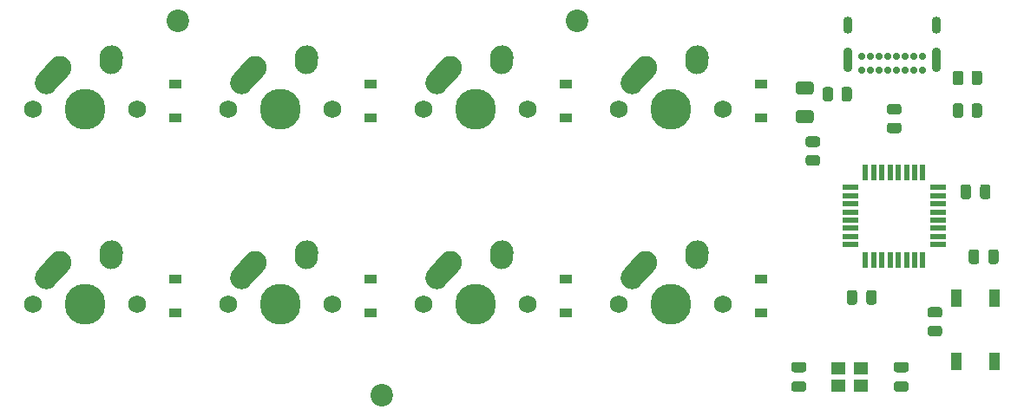
<source format=gbs>
G04 #@! TF.GenerationSoftware,KiCad,Pcbnew,(5.1.9)-1*
G04 #@! TF.CreationDate,2021-05-06T17:44:41-07:00*
G04 #@! TF.ProjectId,PCB,5043422e-6b69-4636-9164-5f7063625858,rev?*
G04 #@! TF.SameCoordinates,Original*
G04 #@! TF.FileFunction,Soldermask,Bot*
G04 #@! TF.FilePolarity,Negative*
%FSLAX46Y46*%
G04 Gerber Fmt 4.6, Leading zero omitted, Abs format (unit mm)*
G04 Created by KiCad (PCBNEW (5.1.9)-1) date 2021-05-06 17:44:41*
%MOMM*%
%LPD*%
G01*
G04 APERTURE LIST*
%ADD10R,0.550000X1.600000*%
%ADD11R,1.600000X0.550000*%
%ADD12C,0.700000*%
%ADD13O,0.900000X2.400000*%
%ADD14O,0.900000X1.700000*%
%ADD15C,2.200000*%
%ADD16R,1.400000X1.200000*%
%ADD17R,1.100000X1.800000*%
%ADD18C,2.250000*%
%ADD19C,3.987800*%
%ADD20C,1.750000*%
%ADD21R,1.200000X0.900000*%
G04 APERTURE END LIST*
G36*
G01*
X218731250Y-93343750D02*
X218731250Y-92393750D01*
G75*
G02*
X218981250Y-92143750I250000J0D01*
G01*
X219481250Y-92143750D01*
G75*
G02*
X219731250Y-92393750I0J-250000D01*
G01*
X219731250Y-93343750D01*
G75*
G02*
X219481250Y-93593750I-250000J0D01*
G01*
X218981250Y-93593750D01*
G75*
G02*
X218731250Y-93343750I0J250000D01*
G01*
G37*
G36*
G01*
X216831250Y-93343750D02*
X216831250Y-92393750D01*
G75*
G02*
X217081250Y-92143750I250000J0D01*
G01*
X217581250Y-92143750D01*
G75*
G02*
X217831250Y-92393750I0J-250000D01*
G01*
X217831250Y-93343750D01*
G75*
G02*
X217581250Y-93593750I-250000J0D01*
G01*
X217081250Y-93593750D01*
G75*
G02*
X216831250Y-93343750I0J250000D01*
G01*
G37*
G36*
G01*
X206825000Y-97312500D02*
X206825000Y-96362500D01*
G75*
G02*
X207075000Y-96112500I250000J0D01*
G01*
X207575000Y-96112500D01*
G75*
G02*
X207825000Y-96362500I0J-250000D01*
G01*
X207825000Y-97312500D01*
G75*
G02*
X207575000Y-97562500I-250000J0D01*
G01*
X207075000Y-97562500D01*
G75*
G02*
X206825000Y-97312500I0J250000D01*
G01*
G37*
G36*
G01*
X204925000Y-97312500D02*
X204925000Y-96362500D01*
G75*
G02*
X205175000Y-96112500I250000J0D01*
G01*
X205675000Y-96112500D01*
G75*
G02*
X205925000Y-96362500I0J-250000D01*
G01*
X205925000Y-97312500D01*
G75*
G02*
X205675000Y-97562500I-250000J0D01*
G01*
X205175000Y-97562500D01*
G75*
G02*
X204925000Y-97312500I0J250000D01*
G01*
G37*
D10*
X212350000Y-93150000D03*
X211550000Y-93150000D03*
X210750000Y-93150000D03*
X209950000Y-93150000D03*
X209150000Y-93150000D03*
X208350000Y-93150000D03*
X207550000Y-93150000D03*
X206750000Y-93150000D03*
D11*
X205300000Y-91700000D03*
X205300000Y-90900000D03*
X205300000Y-90100000D03*
X205300000Y-89300000D03*
X205300000Y-88500000D03*
X205300000Y-87700000D03*
X205300000Y-86900000D03*
X205300000Y-86100000D03*
D10*
X206750000Y-84650000D03*
X207550000Y-84650000D03*
X208350000Y-84650000D03*
X209150000Y-84650000D03*
X209950000Y-84650000D03*
X210750000Y-84650000D03*
X211550000Y-84650000D03*
X212350000Y-84650000D03*
D11*
X213800000Y-86100000D03*
X213800000Y-86900000D03*
X213800000Y-87700000D03*
X213800000Y-88500000D03*
X213800000Y-89300000D03*
X213800000Y-90100000D03*
X213800000Y-90900000D03*
X213800000Y-91700000D03*
D12*
X206375000Y-74612500D03*
X207225000Y-74612500D03*
X208075000Y-74612500D03*
X208925000Y-74612500D03*
X209775000Y-74612500D03*
X210625000Y-74612500D03*
X211475000Y-74612500D03*
X212325000Y-74612500D03*
X207225000Y-73262500D03*
X208925000Y-73262500D03*
X208075000Y-73262500D03*
X206375000Y-73262500D03*
X210625000Y-73262500D03*
X211475000Y-73262500D03*
X212325000Y-73262500D03*
X209775000Y-73262500D03*
D13*
X205025000Y-73632500D03*
X213675000Y-73632500D03*
D14*
X205025000Y-70252500D03*
X213675000Y-70252500D03*
D15*
X159543750Y-106362500D03*
X178593750Y-69850000D03*
X139700000Y-69850000D03*
G36*
G01*
X205418750Y-76543749D02*
X205418750Y-77443751D01*
G75*
G02*
X205168751Y-77693750I-249999J0D01*
G01*
X204643749Y-77693750D01*
G75*
G02*
X204393750Y-77443751I0J249999D01*
G01*
X204393750Y-76543749D01*
G75*
G02*
X204643749Y-76293750I249999J0D01*
G01*
X205168751Y-76293750D01*
G75*
G02*
X205418750Y-76543749I0J-249999D01*
G01*
G37*
G36*
G01*
X203593750Y-76543749D02*
X203593750Y-77443751D01*
G75*
G02*
X203343751Y-77693750I-249999J0D01*
G01*
X202818749Y-77693750D01*
G75*
G02*
X202568750Y-77443751I0J249999D01*
G01*
X202568750Y-76543749D01*
G75*
G02*
X202818749Y-76293750I249999J0D01*
G01*
X203343751Y-76293750D01*
G75*
G02*
X203593750Y-76543749I0J-249999D01*
G01*
G37*
G36*
G01*
X209099999Y-77950000D02*
X210000001Y-77950000D01*
G75*
G02*
X210250000Y-78199999I0J-249999D01*
G01*
X210250000Y-78725001D01*
G75*
G02*
X210000001Y-78975000I-249999J0D01*
G01*
X209099999Y-78975000D01*
G75*
G02*
X208850000Y-78725001I0J249999D01*
G01*
X208850000Y-78199999D01*
G75*
G02*
X209099999Y-77950000I249999J0D01*
G01*
G37*
G36*
G01*
X209099999Y-79775000D02*
X210000001Y-79775000D01*
G75*
G02*
X210250000Y-80024999I0J-249999D01*
G01*
X210250000Y-80550001D01*
G75*
G02*
X210000001Y-80800000I-249999J0D01*
G01*
X209099999Y-80800000D01*
G75*
G02*
X208850000Y-80550001I0J249999D01*
G01*
X208850000Y-80024999D01*
G75*
G02*
X209099999Y-79775000I249999J0D01*
G01*
G37*
G36*
G01*
X201443750Y-77012500D02*
X200193750Y-77012500D01*
G75*
G02*
X199943750Y-76762500I0J250000D01*
G01*
X199943750Y-76012500D01*
G75*
G02*
X200193750Y-75762500I250000J0D01*
G01*
X201443750Y-75762500D01*
G75*
G02*
X201693750Y-76012500I0J-250000D01*
G01*
X201693750Y-76762500D01*
G75*
G02*
X201443750Y-77012500I-250000J0D01*
G01*
G37*
G36*
G01*
X201443750Y-79812500D02*
X200193750Y-79812500D01*
G75*
G02*
X199943750Y-79562500I0J250000D01*
G01*
X199943750Y-78812500D01*
G75*
G02*
X200193750Y-78562500I250000J0D01*
G01*
X201443750Y-78562500D01*
G75*
G02*
X201693750Y-78812500I0J-250000D01*
G01*
X201693750Y-79562500D01*
G75*
G02*
X201443750Y-79812500I-250000J0D01*
G01*
G37*
D16*
X206337500Y-105456250D03*
X204137500Y-105456250D03*
X204137500Y-103756250D03*
X206337500Y-103756250D03*
D17*
X219337500Y-103112500D03*
X215637500Y-96912500D03*
X215637500Y-103112500D03*
X219337500Y-96912500D03*
G36*
G01*
X201162499Y-81125000D02*
X202062501Y-81125000D01*
G75*
G02*
X202312500Y-81374999I0J-249999D01*
G01*
X202312500Y-81900001D01*
G75*
G02*
X202062501Y-82150000I-249999J0D01*
G01*
X201162499Y-82150000D01*
G75*
G02*
X200912500Y-81900001I0J249999D01*
G01*
X200912500Y-81374999D01*
G75*
G02*
X201162499Y-81125000I249999J0D01*
G01*
G37*
G36*
G01*
X201162499Y-82950000D02*
X202062501Y-82950000D01*
G75*
G02*
X202312500Y-83199999I0J-249999D01*
G01*
X202312500Y-83725001D01*
G75*
G02*
X202062501Y-83975000I-249999J0D01*
G01*
X201162499Y-83975000D01*
G75*
G02*
X200912500Y-83725001I0J249999D01*
G01*
X200912500Y-83199999D01*
G75*
G02*
X201162499Y-82950000I249999J0D01*
G01*
G37*
G36*
G01*
X213968751Y-98818750D02*
X213068749Y-98818750D01*
G75*
G02*
X212818750Y-98568751I0J249999D01*
G01*
X212818750Y-98043749D01*
G75*
G02*
X213068749Y-97793750I249999J0D01*
G01*
X213968751Y-97793750D01*
G75*
G02*
X214218750Y-98043749I0J-249999D01*
G01*
X214218750Y-98568751D01*
G75*
G02*
X213968751Y-98818750I-249999J0D01*
G01*
G37*
G36*
G01*
X213968751Y-100643750D02*
X213068749Y-100643750D01*
G75*
G02*
X212818750Y-100393751I0J249999D01*
G01*
X212818750Y-99868749D01*
G75*
G02*
X213068749Y-99618750I249999J0D01*
G01*
X213968751Y-99618750D01*
G75*
G02*
X214218750Y-99868749I0J-249999D01*
G01*
X214218750Y-100393751D01*
G75*
G02*
X213968751Y-100643750I-249999J0D01*
G01*
G37*
G36*
G01*
X216293750Y-74956249D02*
X216293750Y-75856251D01*
G75*
G02*
X216043751Y-76106250I-249999J0D01*
G01*
X215518749Y-76106250D01*
G75*
G02*
X215268750Y-75856251I0J249999D01*
G01*
X215268750Y-74956249D01*
G75*
G02*
X215518749Y-74706250I249999J0D01*
G01*
X216043751Y-74706250D01*
G75*
G02*
X216293750Y-74956249I0J-249999D01*
G01*
G37*
G36*
G01*
X218118750Y-74956249D02*
X218118750Y-75856251D01*
G75*
G02*
X217868751Y-76106250I-249999J0D01*
G01*
X217343749Y-76106250D01*
G75*
G02*
X217093750Y-75856251I0J249999D01*
G01*
X217093750Y-74956249D01*
G75*
G02*
X217343749Y-74706250I249999J0D01*
G01*
X217868751Y-74706250D01*
G75*
G02*
X218118750Y-74956249I0J-249999D01*
G01*
G37*
G36*
G01*
X216293750Y-78131249D02*
X216293750Y-79031251D01*
G75*
G02*
X216043751Y-79281250I-249999J0D01*
G01*
X215518749Y-79281250D01*
G75*
G02*
X215268750Y-79031251I0J249999D01*
G01*
X215268750Y-78131249D01*
G75*
G02*
X215518749Y-77881250I249999J0D01*
G01*
X216043751Y-77881250D01*
G75*
G02*
X216293750Y-78131249I0J-249999D01*
G01*
G37*
G36*
G01*
X218118750Y-78131249D02*
X218118750Y-79031251D01*
G75*
G02*
X217868751Y-79281250I-249999J0D01*
G01*
X217343749Y-79281250D01*
G75*
G02*
X217093750Y-79031251I0J249999D01*
G01*
X217093750Y-78131249D01*
G75*
G02*
X217343749Y-77881250I249999J0D01*
G01*
X217868751Y-77881250D01*
G75*
G02*
X218118750Y-78131249I0J-249999D01*
G01*
G37*
G36*
G01*
X190217233Y-94091145D02*
X190216347Y-94091084D01*
G75*
G02*
X189171416Y-92891347I77403J1122334D01*
G01*
X189211416Y-92311347D01*
G75*
G02*
X190411153Y-91266416I1122334J-77403D01*
G01*
X190411153Y-91266416D01*
G75*
G02*
X191456084Y-92466153I-77403J-1122334D01*
G01*
X191416084Y-93046153D01*
G75*
G02*
X190216347Y-94091084I-1122334J77403D01*
G01*
G37*
D18*
X190333750Y-92388750D03*
G36*
G01*
X183232438Y-95766100D02*
X183232433Y-95766095D01*
G75*
G02*
X183146405Y-94177433I751317J837345D01*
G01*
X184456407Y-92717433D01*
G75*
G02*
X186045069Y-92631405I837345J-751317D01*
G01*
X186045069Y-92631405D01*
G75*
G02*
X186131097Y-94220067I-751317J-837345D01*
G01*
X184821095Y-95680067D01*
G75*
G02*
X183232433Y-95766095I-837345J751317D01*
G01*
G37*
D19*
X187793750Y-97468750D03*
D18*
X185293750Y-93468750D03*
D20*
X182713750Y-97468750D03*
X192873750Y-97468750D03*
G36*
G01*
X190217233Y-75041145D02*
X190216347Y-75041084D01*
G75*
G02*
X189171416Y-73841347I77403J1122334D01*
G01*
X189211416Y-73261347D01*
G75*
G02*
X190411153Y-72216416I1122334J-77403D01*
G01*
X190411153Y-72216416D01*
G75*
G02*
X191456084Y-73416153I-77403J-1122334D01*
G01*
X191416084Y-73996153D01*
G75*
G02*
X190216347Y-75041084I-1122334J77403D01*
G01*
G37*
D18*
X190333750Y-73338750D03*
G36*
G01*
X183232438Y-76716100D02*
X183232433Y-76716095D01*
G75*
G02*
X183146405Y-75127433I751317J837345D01*
G01*
X184456407Y-73667433D01*
G75*
G02*
X186045069Y-73581405I837345J-751317D01*
G01*
X186045069Y-73581405D01*
G75*
G02*
X186131097Y-75170067I-751317J-837345D01*
G01*
X184821095Y-76630067D01*
G75*
G02*
X183232433Y-76716095I-837345J751317D01*
G01*
G37*
D19*
X187793750Y-78418750D03*
D18*
X185293750Y-74418750D03*
D20*
X182713750Y-78418750D03*
X192873750Y-78418750D03*
G36*
G01*
X171167233Y-94091145D02*
X171166347Y-94091084D01*
G75*
G02*
X170121416Y-92891347I77403J1122334D01*
G01*
X170161416Y-92311347D01*
G75*
G02*
X171361153Y-91266416I1122334J-77403D01*
G01*
X171361153Y-91266416D01*
G75*
G02*
X172406084Y-92466153I-77403J-1122334D01*
G01*
X172366084Y-93046153D01*
G75*
G02*
X171166347Y-94091084I-1122334J77403D01*
G01*
G37*
D18*
X171283750Y-92388750D03*
G36*
G01*
X164182438Y-95766100D02*
X164182433Y-95766095D01*
G75*
G02*
X164096405Y-94177433I751317J837345D01*
G01*
X165406407Y-92717433D01*
G75*
G02*
X166995069Y-92631405I837345J-751317D01*
G01*
X166995069Y-92631405D01*
G75*
G02*
X167081097Y-94220067I-751317J-837345D01*
G01*
X165771095Y-95680067D01*
G75*
G02*
X164182433Y-95766095I-837345J751317D01*
G01*
G37*
D19*
X168743750Y-97468750D03*
D18*
X166243750Y-93468750D03*
D20*
X163663750Y-97468750D03*
X173823750Y-97468750D03*
G36*
G01*
X171167233Y-75041145D02*
X171166347Y-75041084D01*
G75*
G02*
X170121416Y-73841347I77403J1122334D01*
G01*
X170161416Y-73261347D01*
G75*
G02*
X171361153Y-72216416I1122334J-77403D01*
G01*
X171361153Y-72216416D01*
G75*
G02*
X172406084Y-73416153I-77403J-1122334D01*
G01*
X172366084Y-73996153D01*
G75*
G02*
X171166347Y-75041084I-1122334J77403D01*
G01*
G37*
D18*
X171283750Y-73338750D03*
G36*
G01*
X164182438Y-76716100D02*
X164182433Y-76716095D01*
G75*
G02*
X164096405Y-75127433I751317J837345D01*
G01*
X165406407Y-73667433D01*
G75*
G02*
X166995069Y-73581405I837345J-751317D01*
G01*
X166995069Y-73581405D01*
G75*
G02*
X167081097Y-75170067I-751317J-837345D01*
G01*
X165771095Y-76630067D01*
G75*
G02*
X164182433Y-76716095I-837345J751317D01*
G01*
G37*
D19*
X168743750Y-78418750D03*
D18*
X166243750Y-74418750D03*
D20*
X163663750Y-78418750D03*
X173823750Y-78418750D03*
G36*
G01*
X152117233Y-94091145D02*
X152116347Y-94091084D01*
G75*
G02*
X151071416Y-92891347I77403J1122334D01*
G01*
X151111416Y-92311347D01*
G75*
G02*
X152311153Y-91266416I1122334J-77403D01*
G01*
X152311153Y-91266416D01*
G75*
G02*
X153356084Y-92466153I-77403J-1122334D01*
G01*
X153316084Y-93046153D01*
G75*
G02*
X152116347Y-94091084I-1122334J77403D01*
G01*
G37*
D18*
X152233750Y-92388750D03*
G36*
G01*
X145132438Y-95766100D02*
X145132433Y-95766095D01*
G75*
G02*
X145046405Y-94177433I751317J837345D01*
G01*
X146356407Y-92717433D01*
G75*
G02*
X147945069Y-92631405I837345J-751317D01*
G01*
X147945069Y-92631405D01*
G75*
G02*
X148031097Y-94220067I-751317J-837345D01*
G01*
X146721095Y-95680067D01*
G75*
G02*
X145132433Y-95766095I-837345J751317D01*
G01*
G37*
D19*
X149693750Y-97468750D03*
D18*
X147193750Y-93468750D03*
D20*
X144613750Y-97468750D03*
X154773750Y-97468750D03*
G36*
G01*
X152117233Y-75041145D02*
X152116347Y-75041084D01*
G75*
G02*
X151071416Y-73841347I77403J1122334D01*
G01*
X151111416Y-73261347D01*
G75*
G02*
X152311153Y-72216416I1122334J-77403D01*
G01*
X152311153Y-72216416D01*
G75*
G02*
X153356084Y-73416153I-77403J-1122334D01*
G01*
X153316084Y-73996153D01*
G75*
G02*
X152116347Y-75041084I-1122334J77403D01*
G01*
G37*
D18*
X152233750Y-73338750D03*
G36*
G01*
X145132438Y-76716100D02*
X145132433Y-76716095D01*
G75*
G02*
X145046405Y-75127433I751317J837345D01*
G01*
X146356407Y-73667433D01*
G75*
G02*
X147945069Y-73581405I837345J-751317D01*
G01*
X147945069Y-73581405D01*
G75*
G02*
X148031097Y-75170067I-751317J-837345D01*
G01*
X146721095Y-76630067D01*
G75*
G02*
X145132433Y-76716095I-837345J751317D01*
G01*
G37*
D19*
X149693750Y-78418750D03*
D18*
X147193750Y-74418750D03*
D20*
X144613750Y-78418750D03*
X154773750Y-78418750D03*
G36*
G01*
X133067233Y-94091145D02*
X133066347Y-94091084D01*
G75*
G02*
X132021416Y-92891347I77403J1122334D01*
G01*
X132061416Y-92311347D01*
G75*
G02*
X133261153Y-91266416I1122334J-77403D01*
G01*
X133261153Y-91266416D01*
G75*
G02*
X134306084Y-92466153I-77403J-1122334D01*
G01*
X134266084Y-93046153D01*
G75*
G02*
X133066347Y-94091084I-1122334J77403D01*
G01*
G37*
D18*
X133183750Y-92388750D03*
G36*
G01*
X126082438Y-95766100D02*
X126082433Y-95766095D01*
G75*
G02*
X125996405Y-94177433I751317J837345D01*
G01*
X127306407Y-92717433D01*
G75*
G02*
X128895069Y-92631405I837345J-751317D01*
G01*
X128895069Y-92631405D01*
G75*
G02*
X128981097Y-94220067I-751317J-837345D01*
G01*
X127671095Y-95680067D01*
G75*
G02*
X126082433Y-95766095I-837345J751317D01*
G01*
G37*
D19*
X130643750Y-97468750D03*
D18*
X128143750Y-93468750D03*
D20*
X125563750Y-97468750D03*
X135723750Y-97468750D03*
G36*
G01*
X133067233Y-75041145D02*
X133066347Y-75041084D01*
G75*
G02*
X132021416Y-73841347I77403J1122334D01*
G01*
X132061416Y-73261347D01*
G75*
G02*
X133261153Y-72216416I1122334J-77403D01*
G01*
X133261153Y-72216416D01*
G75*
G02*
X134306084Y-73416153I-77403J-1122334D01*
G01*
X134266084Y-73996153D01*
G75*
G02*
X133066347Y-75041084I-1122334J77403D01*
G01*
G37*
D18*
X133183750Y-73338750D03*
G36*
G01*
X126082438Y-76716100D02*
X126082433Y-76716095D01*
G75*
G02*
X125996405Y-75127433I751317J837345D01*
G01*
X127306407Y-73667433D01*
G75*
G02*
X128895069Y-73581405I837345J-751317D01*
G01*
X128895069Y-73581405D01*
G75*
G02*
X128981097Y-75170067I-751317J-837345D01*
G01*
X127671095Y-76630067D01*
G75*
G02*
X126082433Y-76716095I-837345J751317D01*
G01*
G37*
D19*
X130643750Y-78418750D03*
D18*
X128143750Y-74418750D03*
D20*
X125563750Y-78418750D03*
X135723750Y-78418750D03*
D21*
X196525000Y-95025000D03*
X196525000Y-98325000D03*
X196525000Y-75975000D03*
X196525000Y-79275000D03*
X177475000Y-95025000D03*
X177475000Y-98325000D03*
X177475000Y-75975000D03*
X177475000Y-79275000D03*
X158425000Y-95025000D03*
X158425000Y-98325000D03*
X158425000Y-75975000D03*
X158425000Y-79275000D03*
X139375000Y-95025000D03*
X139375000Y-98325000D03*
X139375000Y-75975000D03*
X139375000Y-79275000D03*
G36*
G01*
X216037500Y-86993750D02*
X216037500Y-86043750D01*
G75*
G02*
X216287500Y-85793750I250000J0D01*
G01*
X216787500Y-85793750D01*
G75*
G02*
X217037500Y-86043750I0J-250000D01*
G01*
X217037500Y-86993750D01*
G75*
G02*
X216787500Y-87243750I-250000J0D01*
G01*
X216287500Y-87243750D01*
G75*
G02*
X216037500Y-86993750I0J250000D01*
G01*
G37*
G36*
G01*
X217937500Y-86993750D02*
X217937500Y-86043750D01*
G75*
G02*
X218187500Y-85793750I250000J0D01*
G01*
X218687500Y-85793750D01*
G75*
G02*
X218937500Y-86043750I0J-250000D01*
G01*
X218937500Y-86993750D01*
G75*
G02*
X218687500Y-87243750I-250000J0D01*
G01*
X218187500Y-87243750D01*
G75*
G02*
X217937500Y-86993750I0J250000D01*
G01*
G37*
G36*
G01*
X199762500Y-103156250D02*
X200712500Y-103156250D01*
G75*
G02*
X200962500Y-103406250I0J-250000D01*
G01*
X200962500Y-103906250D01*
G75*
G02*
X200712500Y-104156250I-250000J0D01*
G01*
X199762500Y-104156250D01*
G75*
G02*
X199512500Y-103906250I0J250000D01*
G01*
X199512500Y-103406250D01*
G75*
G02*
X199762500Y-103156250I250000J0D01*
G01*
G37*
G36*
G01*
X199762500Y-105056250D02*
X200712500Y-105056250D01*
G75*
G02*
X200962500Y-105306250I0J-250000D01*
G01*
X200962500Y-105806250D01*
G75*
G02*
X200712500Y-106056250I-250000J0D01*
G01*
X199762500Y-106056250D01*
G75*
G02*
X199512500Y-105806250I0J250000D01*
G01*
X199512500Y-105306250D01*
G75*
G02*
X199762500Y-105056250I250000J0D01*
G01*
G37*
G36*
G01*
X210712500Y-106056250D02*
X209762500Y-106056250D01*
G75*
G02*
X209512500Y-105806250I0J250000D01*
G01*
X209512500Y-105306250D01*
G75*
G02*
X209762500Y-105056250I250000J0D01*
G01*
X210712500Y-105056250D01*
G75*
G02*
X210962500Y-105306250I0J-250000D01*
G01*
X210962500Y-105806250D01*
G75*
G02*
X210712500Y-106056250I-250000J0D01*
G01*
G37*
G36*
G01*
X210712500Y-104156250D02*
X209762500Y-104156250D01*
G75*
G02*
X209512500Y-103906250I0J250000D01*
G01*
X209512500Y-103406250D01*
G75*
G02*
X209762500Y-103156250I250000J0D01*
G01*
X210712500Y-103156250D01*
G75*
G02*
X210962500Y-103406250I0J-250000D01*
G01*
X210962500Y-103906250D01*
G75*
G02*
X210712500Y-104156250I-250000J0D01*
G01*
G37*
M02*

</source>
